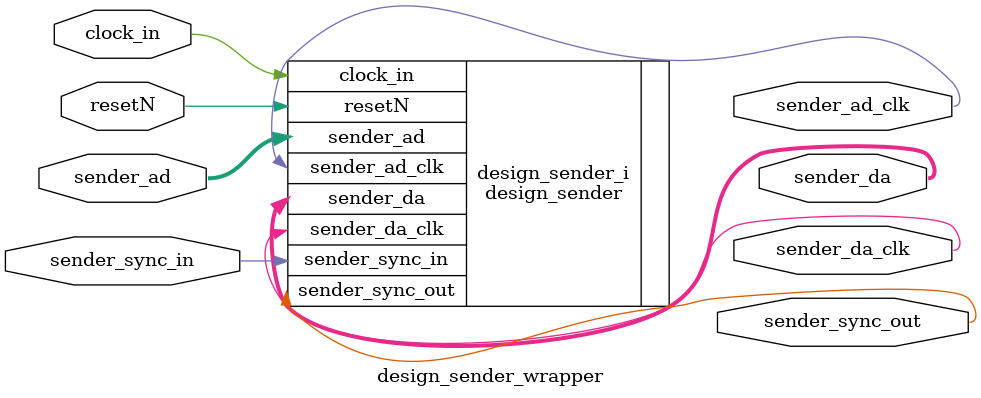
<source format=v>
`timescale 1 ps / 1 ps

module design_sender_wrapper
   (clock_in,
    resetN,
    sender_ad,
    sender_ad_clk,
    sender_da,
    sender_da_clk,
    sender_sync_in,
    sender_sync_out);
  input clock_in;
  input resetN;
  input [7:0]sender_ad;
  output sender_ad_clk;
  output [7:0]sender_da;
  output sender_da_clk;
  input sender_sync_in;
  output sender_sync_out;

  wire clock_in;
  wire resetN;
  wire [7:0]sender_ad;
  wire sender_ad_clk;
  wire [7:0]sender_da;
  wire sender_da_clk;
  wire sender_sync_in;
  wire sender_sync_out;

  design_sender design_sender_i
       (.clock_in(clock_in),
        .resetN(resetN),
        .sender_ad(sender_ad),
        .sender_ad_clk(sender_ad_clk),
        .sender_da(sender_da),
        .sender_da_clk(sender_da_clk),
        .sender_sync_in(sender_sync_in),
        .sender_sync_out(sender_sync_out));
endmodule

</source>
